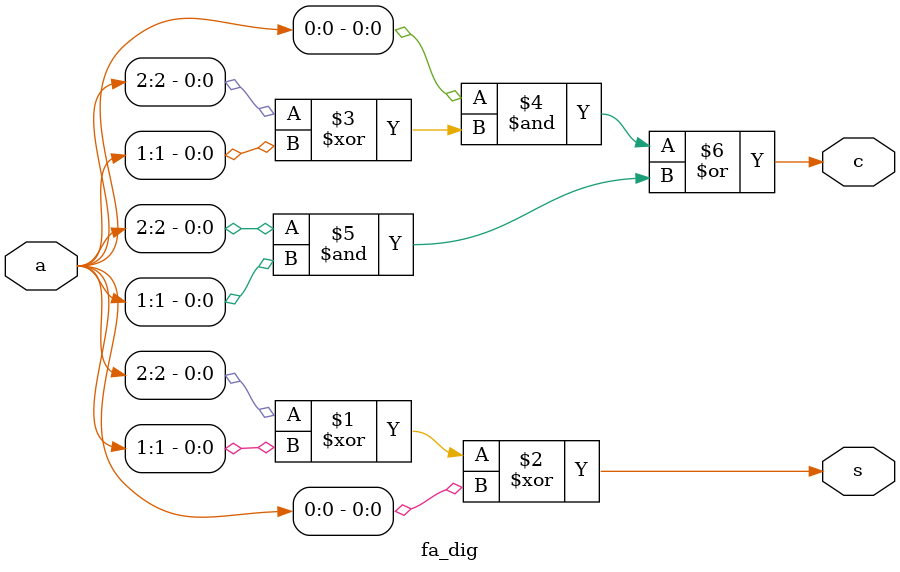
<source format=v>
module fa_dig(
    input [2:0]a, output s, output c
    );
    assign s = a[2]^a[1]^a[0];
    assign c = (a[0]&(a[2]^a[1]))|(a[2]&a[1]);
endmodule

</source>
